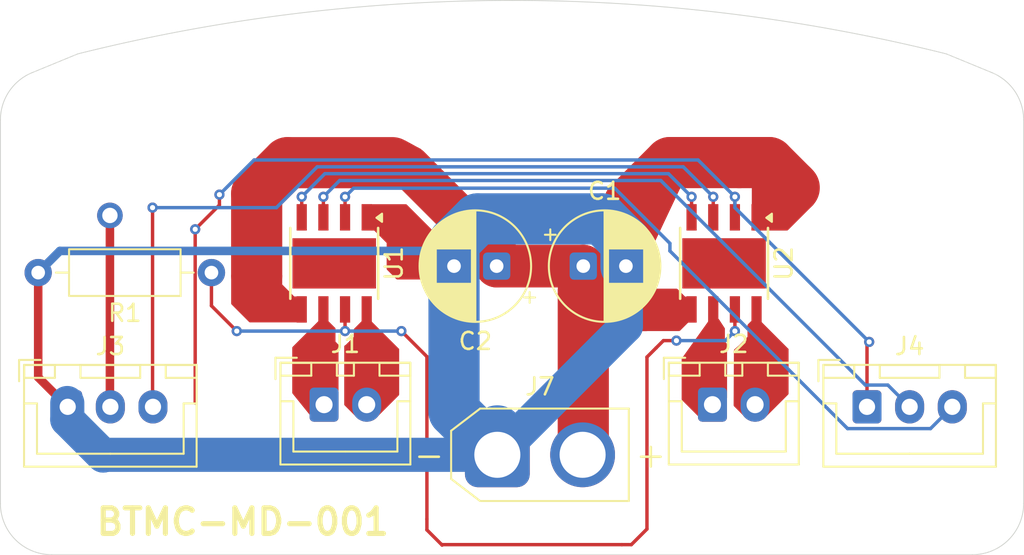
<source format=kicad_pcb>
(kicad_pcb (version 20241229) (generator "pcbnew") (generator_version "9.0")
  (layers (0 "F.Cu" signal) (2 "B.Cu" signal) (13 "F.Paste" user) (15 "B.Paste" user) (5 "F.SilkS" user "F.Silkscreen") (7 "B.SilkS" user "B.Silkscreen") (1 "F.Mask" user) (3 "B.Mask" user) (25 "Edge.Cuts" user))
  (net 0 "")
  (net 1 "GND")
  (net 2 "VCC")
  (net 3 "Net-(J1-Pin_2)")
  (net 4 "Net-(J1-Pin_1)")
  (net 5 "Net-(J2-Pin_1)")
  (net 6 "Net-(J2-Pin_2)")
  (net 7 "Net-(J3-Pin_2)")
  (net 8 "Net-(J3-Pin_3)")
  (net 9 "Net-(U1-RS)")
  (net 12 "Net-(J4-Pin_1)")
  (net 13 "Net-(J4-Pin_2)")
  (net 14 "Net-(J4-Pin_3)")
  (footprint "Connector_AMASS:AMASS_XT30U-M_1x02_P5.0mm_Vertical" (layer "F.Cu") (at 149.138 71.644)
    (property "Reference" "J7" (at 2.5 -4 0) (layer "F.SilkS"))
    (property "Value" "Conn_01x02_Pin")
    (fp_text user "+" (at 9 0 0) (layer "F.SilkS") (effects (font (size 1.5 1.5))))
    (fp_text user "-" (at -4 0 0) (layer "F.SilkS") (effects (font (size 1.5 1.5))))
    (pad "1" thru_hole roundrect (at 0 0) (size 3.8 3.8) (drill 2.7) (layers "*.Cu" "*.Mask") (roundrect_rratio 0.2) (net 1 "GND"))
    (pad "2" thru_hole circle (at 5 0) (size 3.8 3.8) (drill 2.7) (layers "*.Cu" "*.Mask") (net 2 "VCC"))
  )
  (footprint "Package_SO:Texas_HSOP-8-1EP_3.9x4.9mm_P1.27mm" (layer "F.Cu") (at 139.573 60.419 -90)
    (property "Reference" "U1" (at 0 -3.5 90) (layer "F.SilkS"))
    (property "Value" "~")
    (pad "1" smd rect (at -2.7 -1.905 270) (size 1.55 0.6) (layers "F.Cu" "F.Mask" "F.Paste") (net 1 "GND"))
    (pad "2" smd rect (at -2.7 -0.635 270) (size 1.55 0.6) (layers "F.Cu" "F.Mask" "F.Paste") (net 14 "Net-(J4-Pin_3)"))
    (pad "3" smd rect (at -2.7 0.635 270) (size 1.55 0.6) (layers "F.Cu" "F.Mask" "F.Paste") (net 13 "Net-(J4-Pin_2)"))
    (pad "4" smd rect (at -2.7 1.905 270) (size 1.55 0.6) (layers "F.Cu" "F.Mask" "F.Paste") (net 7 "Net-(J3-Pin_2)"))
    (pad "5" smd rect (at 2.7 1.905 270) (size 1.55 0.6) (layers "F.Cu" "F.Mask" "F.Paste") (net 2 "VCC"))
    (pad "6" smd rect (at 2.7 0.635 270) (size 1.55 0.6) (layers "F.Cu" "F.Mask" "F.Paste") (net 4 "Net-(J1-Pin_1)"))
    (pad "7" smd rect (at 2.7 -0.635 270) (size 1.55 0.6) (layers "F.Cu" "F.Mask" "F.Paste") (net 9 "Net-(U1-RS)"))
    (pad "8" smd rect (at 2.7 -1.905 270) (size 1.55 0.6) (layers "F.Cu" "F.Mask" "F.Paste") (net 3 "Net-(J1-Pin_2)"))
    (pad "9" smd rect (at 0 0 270) (size 2.95 4.9) (layers "F.Cu"))
  )
  (footprint "Capacitor_THT:CP_Radial_D6.3mm_P2.50mm" (layer "F.Cu") (at 154.178 60.579)
    (property "Reference" "C1" (at 1.25 -4.4 0) (layer "F.SilkS"))
    (property "Value" "100uF")
    (pad "1" thru_hole roundrect (at 0 0) (size 1.6 1.6) (drill 0.8) (layers "*.Cu" "*.Mask") (roundrect_rratio 0.15625) (net 2 "VCC"))
    (pad "2" thru_hole circle (at 2.5 0) (size 1.6 1.6) (drill 0.8) (layers "*.Cu" "*.Mask") (net 1 "GND"))
  )
  (footprint "Resistor_THT:R_Axial_DIN0207_L6.3mm_D2.5mm_P10.16mm_Horizontal" (layer "F.Cu") (at 132.374 60.96 180)
    (property "Reference" "R1" (at 5.08 -2.37 0) (layer "F.SilkS"))
    (property "Value" "R")
    (pad "1" thru_hole circle (at 0 0 180) (size 1.6 1.6) (drill 0.8) (layers "*.Cu" "*.Mask") (net 9 "Net-(U1-RS)"))
    (pad "2" thru_hole circle (at 10.16 0 180) (size 1.6 1.6) (drill 0.8) (layers "*.Cu" "*.Mask") (net 1 "GND"))
  )
  (footprint "Connector_JST:JST_XH_B3B-XH-A_1x03_P2.50mm_Vertical" (layer "F.Cu") (at 170.815 68.831)
    (property "Reference" "J4" (at 2.5 -3.55 0) (layer "F.SilkS"))
    (property "Value" "Conn_01x03_Pin")
    (pad "1" thru_hole roundrect (at 0 0) (size 1.7 1.95) (drill 0.95) (layers "*.Cu" "*.Mask") (roundrect_rratio 0.147059) (net 12 "Net-(J4-Pin_1)"))
    (pad "2" thru_hole oval (at 2.5 0) (size 1.7 1.95) (drill 0.95) (layers "*.Cu" "*.Mask") (net 13 "Net-(J4-Pin_2)"))
    (pad "3" thru_hole oval (at 5 0) (size 1.7 1.95) (drill 0.95) (layers "*.Cu" "*.Mask") (net 14 "Net-(J4-Pin_3)"))
  )
  (footprint "" (layer "F.Cu") (at 130 54.75)
    (property "Reference" "" (at 0 0 0) (layer "F.SilkS") (effects (font (size 1.27 1.27))))
    (property "Value" "")
    (pad "" np_thru_hole circle (at 0 0) (size 3.2 3.2) (drill 3.2) (layers "*.Cu" "*.Mask"))
  )
  (footprint "Connector_JST:JST_XH_B2B-XH-A_1x02_P2.50mm_Vertical" (layer "F.Cu") (at 138.978 68.704)
    (property "Reference" "J1" (at 1.25 -3.55 0) (layer "F.SilkS"))
    (property "Value" "Conn_01x02_Socket")
    (pad "1" thru_hole roundrect (at 0 0) (size 1.7 2) (drill 1) (layers "*.Cu" "*.Mask") (roundrect_rratio 0.147059) (net 4 "Net-(J1-Pin_1)"))
    (pad "2" thru_hole oval (at 2.5 0) (size 1.7 2) (drill 1) (layers "*.Cu" "*.Mask") (net 3 "Net-(J1-Pin_2)"))
  )
  (footprint "Capacitor_THT:CP_Radial_D6.3mm_P2.50mm" (layer "F.Cu") (at 149.098 60.579 180)
    (property "Reference" "C2" (at 1.25 -4.4 0) (layer "F.SilkS"))
    (property "Value" "100uF")
    (pad "1" thru_hole roundrect (at 0 0 180) (size 1.6 1.6) (drill 0.8) (layers "*.Cu" "*.Mask") (roundrect_rratio 0.15625) (net 2 "VCC"))
    (pad "2" thru_hole circle (at 2.5 0 180) (size 1.6 1.6) (drill 0.8) (layers "*.Cu" "*.Mask") (net 1 "GND"))
  )
  (footprint "Connector_JST:JST_XH_B3B-XH-A_1x03_P2.50mm_Vertical" (layer "F.Cu") (at 123.945 68.831)
    (property "Reference" "J3" (at 2.5 -3.55 0) (layer "F.SilkS"))
    (property "Value" "Conn_01x03_Pin")
    (pad "1" thru_hole roundrect (at 0 0) (size 1.7 1.95) (drill 0.95) (layers "*.Cu" "*.Mask") (roundrect_rratio 0.147059) (net 1 "GND"))
    (pad "2" thru_hole oval (at 2.5 0) (size 1.7 1.95) (drill 0.95) (layers "*.Cu" "*.Mask") (net 7 "Net-(J3-Pin_2)"))
    (pad "3" thru_hole oval (at 5 0) (size 1.7 1.95) (drill 0.95) (layers "*.Cu" "*.Mask") (net 8 "Net-(J3-Pin_3)"))
  )
  (footprint "Package_SO:Texas_HSOP-8-1EP_3.9x4.9mm_P1.27mm" (layer "F.Cu") (at 162.433 60.419 -90)
    (property "Reference" "U2" (at 0 -3.5 90) (layer "F.SilkS"))
    (property "Value" "~")
    (pad "1" smd rect (at -2.7 -1.905 270) (size 1.55 0.6) (layers "F.Cu" "F.Mask" "F.Paste") (net 1 "GND"))
    (pad "2" smd rect (at -2.7 -0.635 270) (size 1.55 0.6) (layers "F.Cu" "F.Mask" "F.Paste") (net 12 "Net-(J4-Pin_1)"))
    (pad "3" smd rect (at -2.7 0.635 270) (size 1.55 0.6) (layers "F.Cu" "F.Mask" "F.Paste") (net 8 "Net-(J3-Pin_3)"))
    (pad "4" smd rect (at -2.7 1.905 270) (size 1.55 0.6) (layers "F.Cu" "F.Mask" "F.Paste") (net 7 "Net-(J3-Pin_2)"))
    (pad "5" smd rect (at 2.7 1.905 270) (size 1.55 0.6) (layers "F.Cu" "F.Mask" "F.Paste") (net 2 "VCC"))
    (pad "6" smd rect (at 2.7 0.635 270) (size 1.55 0.6) (layers "F.Cu" "F.Mask" "F.Paste") (net 5 "Net-(J2-Pin_1)"))
    (pad "7" smd rect (at 2.7 -0.635 270) (size 1.55 0.6) (layers "F.Cu" "F.Mask" "F.Paste") (net 9 "Net-(U1-RS)"))
    (pad "8" smd rect (at 2.7 -1.905 270) (size 1.55 0.6) (layers "F.Cu" "F.Mask" "F.Paste") (net 6 "Net-(J2-Pin_2)"))
    (pad "9" smd rect (at 0 0 270) (size 2.95 4.9) (layers "F.Cu"))
  )
  (footprint "" (layer "F.Cu") (at 170 54.75)
    (property "Reference" "" (at 0 0 0) (layer "F.SilkS") (effects (font (size 1.27 1.27))))
    (property "Value" "")
    (pad "" np_thru_hole circle (at 0 0) (size 3.2 3.2) (drill 3.2) (layers "*.Cu" "*.Mask"))
  )
  (footprint "Connector_JST:JST_XH_B2B-XH-A_1x02_P2.50mm_Vertical" (layer "F.Cu") (at 161.753 68.704)
    (property "Reference" "J2" (at 1.25 -3.55 0) (layer "F.SilkS"))
    (property "Value" "Conn_01x02_Socket")
    (pad "1" thru_hole roundrect (at 0 0) (size 1.7 2) (drill 1) (layers "*.Cu" "*.Mask") (roundrect_rratio 0.147059) (net 5 "Net-(J2-Pin_1)"))
    (pad "2" thru_hole oval (at 2.5 0) (size 1.7 2) (drill 1) (layers "*.Cu" "*.Mask") (net 6 "Net-(J2-Pin_2)"))
  )
  (gr_poly (pts (xy 167.5638 56.9468) (xy 166.116 58.3946) (xy 164.1602 58.3946) (xy 164.1602 55.899535)) (stroke (width 0.2)) (fill yes) (layer "F.Cu") (net 1))
  (gr_poly (pts (xy 155.321 60.452) (xy 155.5496 61.722) (xy 154.8892 61.849) (xy 154.9146 60.452)) (stroke (width 0.2)) (fill yes) (layer "F.Cu") (net 2))
  (gr_poly (pts (xy 142.494 55.9054) (xy 143.7132 55.9308) (xy 144.5514 53.7718) (xy 143.7132 53.3146)) (stroke (width 0.2)) (fill yes) (layer "F.Cu") (net 2))
  (gr_poly (pts (xy 138.2776 69.3166) (xy 137.2108 67.9958) (xy 137.2108 65.3796) (xy 138.7094 63.881) (xy 139.1666 63.881) (xy 139.5476 64.262) (xy 139.5476 65.0494) (xy 139.7254 65.2272) (xy 139.7254 67.8688)) (stroke (width 0.2)) (fill yes) (layer "F.Cu") (net 4))
  (gr_poly (pts (xy 157.8356 62.0014) (xy 159.639 62.0014) (xy 160.104016 62.466416) (xy 160.5788 62.484) (xy 160.274 63.8048) (xy 159.7914 64.2874) (xy 157.8356 64.2874)) (stroke (width 0.2)) (fill yes) (layer "F.Cu") (net 2))
  (gr_poly (pts (xy 161.2392 69.5706) (xy 160.0454 68.3768) (xy 160.0454 66.037) (xy 161.586 63.878) (xy 162.052 63.754) (xy 162.3822 64.262) (xy 162.3822 65.0494) (xy 162.5092 65.1764) (xy 162.5092 68.3006)) (stroke (width 0.2)) (fill yes) (layer "F.Cu") (net 5))
  (gr_poly (pts (xy 141.2494 63.881) (xy 140.8176 64.3128) (xy 140.8176 64.77) (xy 140.2842 65.3034) (xy 140.2588 65.3034) (xy 140.2588 68.6816) (xy 141.0462 69.469) (xy 141.9098 69.469) (xy 143.2814 68.0974) (xy 143.2814 65.4812) (xy 141.6812 63.881)) (stroke (width 0.2)) (fill yes) (layer "F.Cu") (net 3))
  (gr_poly (pts (xy 141.7574 58.3946) (xy 141.9606 58.3946) (xy 142.748 59.182) (xy 142.748 60.7314) (xy 143.2814 61.2648) (xy 146.5834 61.2648) (xy 146.5834 59.8678) (xy 143.764 57.0484) (xy 141.7574 57.0484)) (stroke (width 0.2)) (fill yes) (layer "F.Cu") (net 1))
  (gr_poly (pts (xy 164.084 63.881) (xy 163.9062 64.0588) (xy 163.9062 64.77) (xy 163.3728 65.3034) (xy 163.11 65.529) (xy 163.0934 68.7324) (xy 163.8046 69.4436) (xy 164.719 69.4436) (xy 166.116 68.0466) (xy 166.116 65.4812) (xy 164.5158 63.881)) (stroke (width 0.2)) (fill yes) (layer "F.Cu") (net 6))
  (gr_poly (pts (xy 155.4988 57.1754) (xy 155.7782 60.6552) (xy 157.5816 60.6044) (xy 159.766 55.9816)) (stroke (width 0.2)) (fill yes) (layer "F.Cu") (net 1))
  (gr_poly (pts (xy 133.6294 62.7634) (xy 134.6454 63.7794) (xy 137.8458 63.7794) (xy 137.8458 62.4586) (xy 137.5664 62.4586) (xy 137.1854 62.4586) (xy 136.4234 61.6966) (xy 136.4234 61.1378) (xy 133.6294 61.1378)) (stroke (width 0.2)) (fill yes) (layer "F.Cu") (net 2))
  (gr_line (start 178.141266 49.23541) (end 175.466241 48.135038) (stroke (width 0.05)) (layer "Edge.Cuts"))
  (gr_arc (start 124.533759 48.135037) (mid 137.170757 45.786706) (end 150 45) (stroke (width 0.05)) (layer "Edge.Cuts"))
  (gr_line (start 124.533762 48.135037) (end 121.858734 49.23541) (stroke (width 0.05)) (layer "Edge.Cuts"))
  (gr_arc (start 123 77.5) (mid 120.87868 76.62132) (end 120 74.5) (stroke (width 0.05)) (layer "Edge.Cuts"))
  (gr_arc (start 180 74.5) (mid 179.12132 76.62132) (end 177 77.5) (stroke (width 0.05)) (layer "Edge.Cuts"))
  (gr_line (start 180 74.5) (end 180 52.009849) (stroke (width 0.05)) (layer "Edge.Cuts"))
  (gr_arc (start 150 45) (mid 162.829243 45.786707) (end 175.466241 48.135037) (stroke (width 0.05)) (layer "Edge.Cuts"))
  (gr_line (start 120 52.009849) (end 120 74.5) (stroke (width 0.05)) (layer "Edge.Cuts"))
  (gr_arc (start 178.141266 49.23541) (mid 179.492349 50.340093) (end 180 52.009849) (stroke (width 0.05)) (layer "Edge.Cuts"))
  (gr_line (start 123 77.5) (end 177 77.5) (stroke (width 0.05)) (layer "Edge.Cuts"))
  (gr_arc (start 120 52.009849) (mid 120.507613 50.340067) (end 121.858734 49.23541) (stroke (width 0.05)) (layer "Edge.Cuts"))
  (gr_text "BTMC-MD-001" (at 125.476 76.454 0) (layer "F.SilkS") (effects (font (size 1.5 1.5) (thickness 0.3) (bold yes)) (justify left bottom)))
  (segment (start 156.678 60.579) (end 156.678 58.6378) (width 2) (layer "F.Cu") (net 1))
  (segment (start 159.2616 54.5084) (end 156.8704 56.8996) (width 3) (layer "F.Cu") (net 1))
  (segment (start 122.214 67.1) (end 123.945 68.831) (width 0.5) (layer "F.Cu") (net 1))
  (segment (start 163.322 54.5084) (end 159.2616 54.5084) (width 3) (layer "F.Cu") (net 1))
  (segment (start 122.214 60.6216) (end 122.214 67.1) (width 0.5) (layer "F.Cu") (net 1))
  (segment (start 163.322 54.5084) (end 165.0746 54.5084) (width 3) (layer "F.Cu") (net 1))
  (segment (start 165.0746 54.5084) (end 166.4462 55.88) (width 3) (layer "F.Cu") (net 1))
  (segment (start 166.4462 55.88) (end 166.5478 55.9816) (width 3) (layer "F.Cu") (net 1))
  (segment (start 146.598 60.579) (end 146.598 59.1928) (width 3) (layer "B.Cu") (net 1))
  (segment (start 156.678 64.104) (end 149.138 71.644) (width 2) (layer "B.Cu") (net 1))
  (segment (start 156.678 59.212942) (end 156.678 60.579) (width 3) (layer "B.Cu") (net 1))
  (segment (start 145.709 59.69) (end 146.598 60.579) (width 0.5) (layer "B.Cu") (net 1))
  (segment (start 146.598 59.1928) (end 147.9804 57.8104) (width 3) (layer "B.Cu") (net 1))
  (segment (start 156.678 60.579) (end 156.678 64.104) (width 2) (layer "B.Cu") (net 1))
  (segment (start 149.138 70.241) (end 149.138 71.644) (width 3) (layer "B.Cu") (net 1))
  (segment (start 146.598 69.104) (end 149.138 71.644) (width 3) (layer "B.Cu") (net 1))
  (segment (start 123.484 59.69) (end 145.709 59.69) (width 0.5) (layer "B.Cu") (net 1))
  (segment (start 146.598 69.104) (end 146.598 60.579) (width 3) (layer "B.Cu") (net 1))
  (segment (start 155.275458 57.8104) (end 156.678 59.212942) (width 3) (layer "B.Cu") (net 1))
  (segment (start 122.214 60.96) (end 123.484 59.69) (width 0.5) (layer "B.Cu") (net 1))
  (segment (start 123.9206 68.6066) (end 123.9206 69.5816) (width 2) (layer "B.Cu") (net 1))
  (segment (start 126.0682 71.644) (end 126.0256 71.6866) (width 2) (layer "B.Cu") (net 1))
  (segment (start 147.9804 57.8104) (end 155.275458 57.8104) (width 3) (layer "B.Cu") (net 1))
  (segment (start 123.9206 69.5816) (end 126.0256 71.6866) (width 2) (layer "B.Cu") (net 1))
  (segment (start 149.138 71.644) (end 126.0682 71.644) (width 2) (layer "B.Cu") (net 1))
  (segment (start 136.839158 54.514) (end 135.0264 56.326758) (width 3) (layer "F.Cu") (net 2))
  (segment (start 149.098 60.579) (end 149.098 59.895605) (width 2.5) (layer "F.Cu") (net 2))
  (segment (start 154.178 60.579) (end 154.178 62.0014) (width 2.5) (layer "F.Cu") (net 2))
  (segment (start 154.178 71.604) (end 154.138 71.644) (width 3) (layer "F.Cu") (net 2))
  (segment (start 142.9822 54.514) (end 136.839158 54.514) (width 3) (layer "F.Cu") (net 2))
  (segment (start 155.321 63.1444) (end 157.7848 63.1444) (width 2.5) (layer "F.Cu") (net 2))
  (segment (start 135.0264 56.326758) (end 135.0264 61.1124) (width 3) (layer "F.Cu") (net 2))
  (segment (start 149.098 59.895605) (end 143.966395 54.764) (width 2.5) (layer "F.Cu") (net 2))
  (segment (start 149.098 60.579) (end 154.178 60.579) (width 2.5) (layer "F.Cu") (net 2))
  (segment (start 154.178 62.0014) (end 155.321 63.1444) (width 2.5) (layer "F.Cu") (net 2))
  (segment (start 154.178 62.0014) (end 154.178 71.604) (width 3) (layer "F.Cu") (net 2))
  (segment (start 160.528 57.719) (end 160.528 56.515) (width 0.2) (layer "F.Cu") (net 7))
  (segment (start 137.668 57.719) (end 137.668 56.515) (width 0.2) (layer "F.Cu") (net 7))
  (segment (start 126.4206 68.6066) (end 126.4206 57.6082) (width 0.5) (layer "F.Cu") (net 7))
  (via (at 137.668 56.515) (size 0.6) (drill 0.3) (layers "F.Cu" "B.Cu") (net 7))
  (via (at 126.4206 57.6082) (size 1.5) (drill 0.9) (layers "F.Cu" "B.Cu") (net 7))
  (via (at 160.528 56.515) (size 0.6) (drill 0.3) (layers "F.Cu" "B.Cu") (net 7))
  (segment (start 159.171 55.158) (end 160.528 56.515) (width 0.2) (layer "B.Cu") (net 7))
  (segment (start 139.025 55.158) (end 159.171 55.158) (width 0.2) (layer "B.Cu") (net 7))
  (segment (start 137.668 56.515) (end 139.025 55.158) (width 0.2) (layer "B.Cu") (net 7))
  (segment (start 128.9206 57.15) (end 128.9206 68.6066) (width 0.2) (layer "F.Cu") (net 8))
  (segment (start 161.798 57.719) (end 161.798 56.515) (width 0.2) (layer "F.Cu") (net 8))
  (via (at 161.798 56.515) (size 0.6) (drill 0.3) (layers "F.Cu" "B.Cu") (net 8))
  (via (at 128.9206 57.15) (size 0.6) (drill 0.3) (layers "F.Cu" "B.Cu") (net 8))
  (segment (start 136.183057 57.15) (end 128.9206 57.15) (width 0.2) (layer "B.Cu") (net 8))
  (segment (start 138.576057 54.757) (end 136.183057 57.15) (width 0.2) (layer "B.Cu") (net 8))
  (segment (start 160.04 54.757) (end 138.576057 54.757) (width 0.2) (layer "B.Cu") (net 8))
  (segment (start 161.798 56.515) (end 160.04 54.757) (width 0.2) (layer "B.Cu") (net 8))
  (segment (start 158.877 64.9478) (end 159.639 64.9478) (width 0.2) (layer "F.Cu") (net 9))
  (segment (start 145.0086 75.4126) (end 145.0086 76.0476) (width 0.2) (layer "F.Cu") (net 9))
  (segment (start 132.374 62.905) (end 132.374 60.96) (width 0.2) (layer "F.Cu") (net 9))
  (segment (start 156.9974 76.9112) (end 157.9118 75.9968) (width 0.2) (layer "F.Cu") (net 9))
  (segment (start 157.9118 75.9968) (end 157.9118 65.913) (width 0.2) (layer "F.Cu") (net 9))
  (segment (start 145.923 76.9112) (end 156.4386 76.9112) (width 0.2) (layer "F.Cu") (net 9))
  (segment (start 143.51 64.389) (end 145.0086 65.8876) (width 0.2) (layer "F.Cu") (net 9))
  (segment (start 145.0086 65.8876) (end 145.0086 75.4126) (width 0.2) (layer "F.Cu") (net 9))
  (segment (start 145.8976 76.9366) (end 145.923 76.9112) (width 0.2) (layer "F.Cu") (net 9))
  (segment (start 156.4386 76.9112) (end 156.9974 76.9112) (width 0.2) (layer "F.Cu") (net 9))
  (segment (start 158.4452 65.3796) (end 158.877 64.9478) (width 0.2) (layer "F.Cu") (net 9))
  (segment (start 133.858 64.389) (end 132.374 62.905) (width 0.2) (layer "F.Cu") (net 9))
  (segment (start 140.208 63.119) (end 140.208 64.389) (width 0.2) (layer "F.Cu") (net 9))
  (segment (start 163.068 63.119) (end 163.068 64.389) (width 0.2) (layer "F.Cu") (net 9))
  (segment (start 157.9118 65.913) (end 158.4452 65.3796) (width 0.2) (layer "F.Cu") (net 9))
  (segment (start 145.0086 76.0476) (end 145.8976 76.9366) (width 0.2) (layer "F.Cu") (net 9))
  (via (at 163.068 64.389) (size 0.6) (drill 0.3) (layers "F.Cu" "B.Cu") (net 9))
  (via (at 143.51 64.389) (size 0.6) (drill 0.3) (layers "F.Cu" "B.Cu") (net 9))
  (via (at 140.208 64.389) (size 0.6) (drill 0.3) (layers "F.Cu" "B.Cu") (net 9))
  (via (at 159.639 64.9478) (size 0.6) (drill 0.3) (layers "F.Cu" "B.Cu") (net 9))
  (via (at 133.858 64.389) (size 0.6) (drill 0.3) (layers "F.Cu" "B.Cu") (net 9))
  (segment (start 140.208 64.389) (end 143.51 64.389) (width 0.2) (layer "B.Cu") (net 9))
  (segment (start 162.5092 64.9478) (end 163.068 64.389) (width 0.2) (layer "B.Cu") (net 9))
  (segment (start 133.858 64.389) (end 140.208 64.389) (width 0.2) (layer "B.Cu") (net 9))
  (segment (start 159.639 64.9478) (end 162.5092 64.9478) (width 0.2) (layer "B.Cu") (net 9))
  (segment (start 131.4206 58.42) (end 131.4206 68.6066) (width 0.2) (layer "F.Cu") (net 12))
  (segment (start 170.815 65.151) (end 170.815 68.831) (width 0.2) (layer "F.Cu") (net 12))
  (segment (start 170.942 65.024) (end 170.815 65.151) (width 0.2) (layer "F.Cu") (net 12))
  (segment (start 163.068 57.719) (end 163.068 56.515) (width 0.2) (layer "F.Cu") (net 12))
  (segment (start 132.842 56.388) (end 132.842 56.9986) (width 0.2) (layer "F.Cu") (net 12))
  (segment (start 132.842 56.9986) (end 131.4206 58.42) (width 0.2) (layer "F.Cu") (net 12))
  (via (at 170.942 65.024) (size 0.6) (drill 0.3) (layers "F.Cu" "B.Cu") (net 12))
  (via (at 163.068 56.515) (size 0.6) (drill 0.3) (layers "F.Cu" "B.Cu") (net 12))
  (via (at 132.842 56.388) (size 0.6) (drill 0.3) (layers "F.Cu" "B.Cu") (net 12))
  (via (at 131.4206 58.42) (size 0.6) (drill 0.3) (layers "F.Cu" "B.Cu") (net 12))
  (segment (start 163.068 56.515) (end 160.909 54.356) (width 0.2) (layer "B.Cu") (net 12))
  (segment (start 163.068 56.515) (end 163.068 57.15) (width 0.2) (layer "B.Cu") (net 12))
  (segment (start 134.874 54.356) (end 132.842 56.388) (width 0.2) (layer "B.Cu") (net 12))
  (segment (start 160.909 54.356) (end 134.874 54.356) (width 0.2) (layer "B.Cu") (net 12))
  (segment (start 163.068 57.15) (end 170.942 65.024) (width 0.2) (layer "B.Cu") (net 12))
  (segment (start 138.938 57.719) (end 138.938 56.515) (width 0.2) (layer "F.Cu") (net 13))
  (via (at 138.938 56.515) (size 0.6) (drill 0.3) (layers "F.Cu" "B.Cu") (net 13))
  (segment (start 158.722057 55.559) (end 170.718057 67.555) (width 0.2) (layer "B.Cu") (net 13))
  (segment (start 138.938 56.515) (end 139.894 55.559) (width 0.2) (layer "B.Cu") (net 13))
  (segment (start 172.039 67.555) (end 173.315 68.831) (width 0.2) (layer "B.Cu") (net 13))
  (segment (start 139.894 55.559) (end 158.722057 55.559) (width 0.2) (layer "B.Cu") (net 13))
  (segment (start 170.718057 67.555) (end 172.039 67.555) (width 0.2) (layer "B.Cu") (net 13))
  (segment (start 140.208 57.719) (end 140.208 56.515) (width 0.2) (layer "F.Cu") (net 14))
  (via (at 140.208 56.515) (size 0.6) (drill 0.3) (layers "F.Cu" "B.Cu") (net 14))
  (segment (start 175.815 68.831) (end 174.539 70.107) (width 0.2) (layer "B.Cu") (net 14))
  (segment (start 140.208 56.515) (end 140.7136 56.0094) (width 0.2) (layer "B.Cu") (net 14))
  (segment (start 169.675 70.107) (end 159.258 59.69) (width 0.2) (layer "B.Cu") (net 14))
  (segment (start 159.258 59.69) (end 159.258 59.245944) (width 0.2) (layer "B.Cu") (net 14))
  (segment (start 159.258 59.245944) (end 156.021456 56.0094) (width 0.2) (layer "B.Cu") (net 14))
  (segment (start 140.7136 56.0094) (end 156.021456 56.0094) (width 0.2) (layer "B.Cu") (net 14))
  (segment (start 174.539 70.107) (end 169.675 70.107) (width 0.2) (layer "B.Cu") (net 14))
)
</source>
